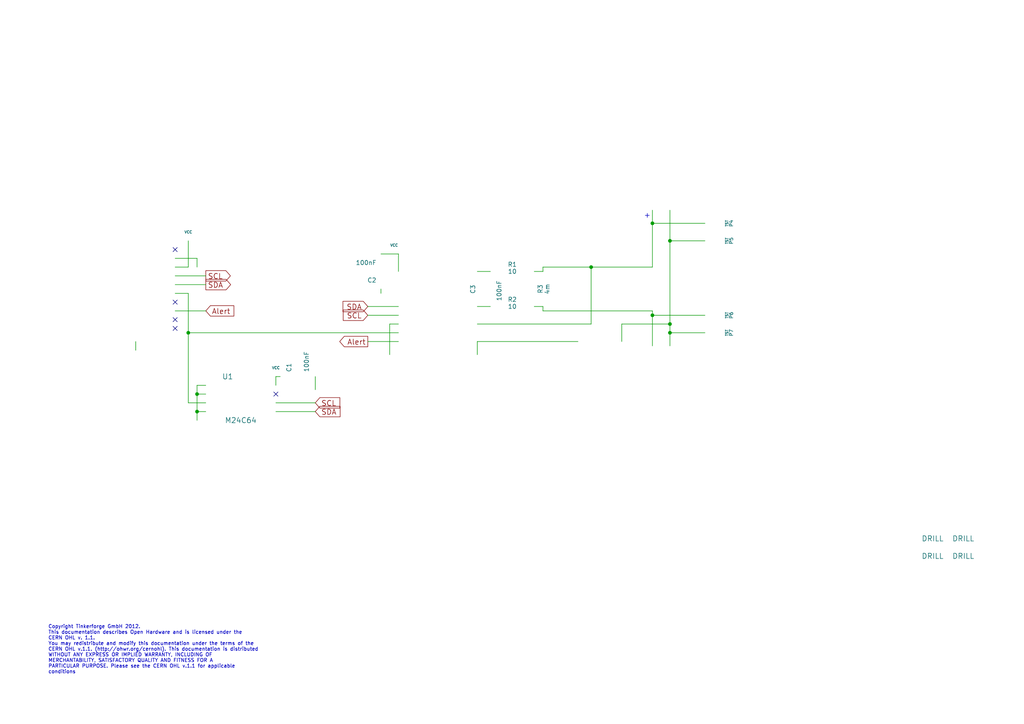
<source format=kicad_sch>
(kicad_sch (version 20230121) (generator eeschema)
  (paper "A4")
  (title_block (title "Current12 Bricklet") (date "11 oct 2012") (rev "1.0") (company "Tinkerforge GmbH") (comment 1 "Licensed under CERN OHL v.1.1") (comment 2 "Copyright (©) 2012, B.Nordmeyer <bastian@tinkerforge.com>"))
  (lib_symbols)
  (junction (at 57.15 119.38))
  (junction (at 54.61 96.52))
  (junction (at 171.45 77.47))
  (junction (at 194.31 69.85))
  (junction (at 57.15 114.3))
  (junction (at 194.31 96.52))
  (junction (at 194.31 93.98))
  (junction (at 189.23 64.77))
  (junction (at 189.23 91.44))
  (no_connect (at 80.01 114.3))
  (no_connect (at 50.8 92.71))
  (no_connect (at 50.8 72.39))
  (no_connect (at 50.8 95.25))
  (no_connect (at 50.8 87.63))
  (wire (pts (xy 189.23 60.96) (xy 189.23 64.77)))
  (wire (pts (xy 189.23 77.47) (xy 171.45 77.47)))
  (wire (pts (xy 50.8 77.47) (xy 54.61 77.47)))
  (wire (pts (xy 39.37 101.6) (xy 39.37 99.06)))
  (wire (pts (xy 167.64 99.06) (xy 138.43 99.06)))
  (wire (pts (xy 189.23 64.77) (xy 189.23 77.47)))
  (wire (pts (xy 110.49 85.09) (xy 110.49 83.82)))
  (wire (pts (xy 189.23 64.77) (xy 204.47 64.77)))
  (wire (pts (xy 138.43 99.06) (xy 138.43 102.87)))
  (wire (pts (xy 138.43 88.9) (xy 142.24 88.9)))
  (wire (pts (xy 189.23 100.33) (xy 189.23 91.44)))
  (wire (pts (xy 80.01 109.22) (xy 80.01 111.76)))
  (wire (pts (xy 54.61 85.09) (xy 54.61 96.52)))
  (wire (pts (xy 194.31 69.85) (xy 194.31 60.96)))
  (wire (pts (xy 106.68 91.44) (xy 115.57 91.44)))
  (wire (pts (xy 54.61 116.84) (xy 59.69 116.84)))
  (wire (pts (xy 57.15 111.76) (xy 57.15 114.3)))
  (wire (pts (xy 57.15 74.93) (xy 50.8 74.93)))
  (wire (pts (xy 54.61 96.52) (xy 54.61 116.84)))
  (wire (pts (xy 138.43 78.74) (xy 142.24 78.74)))
  (wire (pts (xy 194.31 96.52) (xy 194.31 93.98)))
  (wire (pts (xy 189.23 91.44) (xy 189.23 90.17)))
  (wire (pts (xy 157.48 78.74) (xy 154.94 78.74)))
  (wire (pts (xy 81.28 109.22) (xy 80.01 109.22)))
  (wire (pts (xy 204.47 91.44) (xy 189.23 91.44)))
  (wire (pts (xy 50.8 90.17) (xy 59.69 90.17)))
  (wire (pts (xy 115.57 88.9) (xy 106.68 88.9)))
  (wire (pts (xy 180.34 99.06) (xy 180.34 93.98)))
  (wire (pts (xy 50.8 82.55) (xy 59.69 82.55)))
  (wire (pts (xy 157.48 90.17) (xy 189.23 90.17)))
  (wire (pts (xy 110.49 73.66) (xy 115.57 73.66)))
  (wire (pts (xy 154.94 88.9) (xy 157.48 88.9)))
  (wire (pts (xy 194.31 93.98) (xy 194.31 69.85)))
  (wire (pts (xy 57.15 114.3) (xy 57.15 119.38)))
  (wire (pts (xy 115.57 93.98) (xy 113.03 93.98)))
  (wire (pts (xy 115.57 96.52) (xy 54.61 96.52)))
  (wire (pts (xy 91.44 113.03) (xy 91.44 109.22)))
  (wire (pts (xy 194.31 100.33) (xy 194.31 96.52)))
  (wire (pts (xy 171.45 93.98) (xy 138.43 93.98)))
  (wire (pts (xy 50.8 80.01) (xy 59.69 80.01)))
  (wire (pts (xy 57.15 74.93) (xy 57.15 77.47)))
  (wire (pts (xy 59.69 111.76) (xy 57.15 111.76)))
  (wire (pts (xy 157.48 77.47) (xy 171.45 77.47)))
  (wire (pts (xy 171.45 77.47) (xy 171.45 93.98)))
  (wire (pts (xy 180.34 93.98) (xy 194.31 93.98)))
  (wire (pts (xy 157.48 78.74) (xy 157.48 77.47)))
  (wire (pts (xy 57.15 119.38) (xy 57.15 121.92)))
  (wire (pts (xy 115.57 99.06) (xy 106.68 99.06)))
  (wire (pts (xy 80.01 119.38) (xy 91.44 119.38)))
  (wire (pts (xy 157.48 88.9) (xy 157.48 90.17)))
  (wire (pts (xy 80.01 116.84) (xy 91.44 116.84)))
  (wire (pts (xy 54.61 85.09) (xy 50.8 85.09)))
  (wire (pts (xy 115.57 73.66) (xy 115.57 78.74)))
  (wire (pts (xy 113.03 93.98) (xy 113.03 102.87)))
  (wire (pts (xy 54.61 77.47) (xy 54.61 69.85)))
  (wire (pts (xy 57.15 119.38) (xy 59.69 119.38)))
  (wire (pts (xy 204.47 69.85) (xy 194.31 69.85)))
  (wire (pts (xy 57.15 114.3) (xy 59.69 114.3)))
  (wire (pts (xy 204.47 96.52) (xy 194.31 96.52)))
  (text "Copyright Tinkerforge GmbH 2012.\nThis documentation describes Open Hardware and is licensed under the\nCERN OHL v. 1.1.\nYou may redistribute and modify this documentation under the terms of the\nCERN OHL v.1.1. (http://ohwr.org/cernohl). This documentation is distributed\nWITHOUT ANY EXPRESS OR IMPLIED WARRANTY, INCLUDING OF\nMERCHANTABILITY, SATISFACTORY QUALITY AND FITNESS FOR A\nPARTICULAR PURPOSE. Please see the CERN OHL v.1.1 for applicable\nconditions\n" (at 13.97 195.58 0) (effects (font (size 1.016 1.016)) (justify left bottom)))
  (text "+" (at 186.69 63.5 0) (effects (font (size 1.524 1.524)) (justify left bottom)))
  (global_label "SDA" (shape output) (at 59.69 82.55 0) (effects (font (size 1.524 1.524))) (property "Intersheetrefs" "${INTERSHEET_REFS}" (effects hide)))
  (global_label "SCL" (shape input) (at 91.44 116.84 0) (effects (font (size 1.524 1.524))) (property "Intersheetrefs" "${INTERSHEET_REFS}" (effects hide)))
  (global_label "SDA" (shape input) (at 91.44 119.38 0) (effects (font (size 1.524 1.524))) (property "Intersheetrefs" "${INTERSHEET_REFS}" (effects hide)))
  (global_label "SDA" (shape input) (at 106.68 88.9 180) (effects (font (size 1.524 1.524))) (property "Intersheetrefs" "${INTERSHEET_REFS}" (effects hide)))
  (global_label "Alert" (shape input) (at 59.69 90.17 0) (effects (font (size 1.524 1.524))) (property "Intersheetrefs" "${INTERSHEET_REFS}" (effects hide)))
  (global_label "SCL" (shape output) (at 59.69 80.01 0) (effects (font (size 1.524 1.524))) (property "Intersheetrefs" "${INTERSHEET_REFS}" (effects hide)))
  (global_label "SCL" (shape input) (at 106.68 91.44 180) (effects (font (size 1.524 1.524))) (property "Intersheetrefs" "${INTERSHEET_REFS}" (effects hide)))
  (global_label "Alert" (shape output) (at 106.68 99.06 180) (effects (font (size 1.524 1.524))) (property "Intersheetrefs" "${INTERSHEET_REFS}" (effects hide)))
  (symbol (lib_id "CON-SENSOR") (at 39.37 83.82 0) (mirror y) (unit 1)
    (property "Reference" "P1" (at 45.72 69.85 0) (effects (font (size 1.524 1.524))))
    (property "Value" "CON-SENSOR" (at 35.56 83.82 90) (effects (font (size 1.524 1.524))))
    (property "Footprint" "CON-SENSOR" (effects hide))
  )
  (symbol (lib_id "GND") (at 39.37 101.6 0) (unit 1)
    (property "Reference" "#PWR1" (effects hide))
    (property "Value" "GND" (effects hide))
  )
  (symbol (lib_id "GND") (at 57.15 77.47 0) (unit 1)
    (property "Reference" "#PWR3" (effects hide))
    (property "Value" "GND" (effects hide))
  )
  (symbol (lib_id "VCC") (at 54.61 69.85 0) (unit 1)
    (property "Reference" "#PWR2" (effects hide))
    (property "Value" "VCC" (at 54.61 67.31 0) (effects (font (size 0.762 0.762))))
  )
  (symbol (lib_id "CAT24C") (at 69.85 121.92 0) (unit 1)
    (property "Reference" "U1" (at 66.04 109.22 0) (effects (font (size 1.524 1.524))))
    (property "Value" "M24C64" (at 69.85 121.92 0) (effects (font (size 1.524 1.524))))
    (property "Footprint" "SOIC8" (effects hide))
  )
  (symbol (lib_id "GND") (at 57.15 121.92 0) (unit 1)
    (property "Reference" "#PWR4" (effects hide))
    (property "Value" "GND" (effects hide))
  )
  (symbol (lib_id "VCC") (at 80.01 109.22 0) (unit 1)
    (property "Reference" "#PWR5" (effects hide))
    (property "Value" "VCC" (at 80.01 106.68 0) (effects (font (size 0.762 0.762))))
  )
  (symbol (lib_id "CONN_2") (at 191.77 52.07 90) (unit 1)
    (property "Reference" "P2" (at 191.77 53.34 90) (effects (font (size 1.016 1.016))))
    (property "Value" "Input" (at 191.77 50.8 90) (effects (font (size 1.016 1.016))))
    (property "Footprint" "AKL_5_2_508_black" (effects hide))
  )
  (symbol (lib_id "DRILL") (at 279.4 156.21 0) (unit 1)
    (property "Reference" "U5" (effects hide))
    (property "Value" "DRILL" (at 279.4 156.21 0) (effects (font (size 1.524 1.524))))
    (property "Footprint" "DRILL_NP" (effects hide))
  )
  (symbol (lib_id "DRILL") (at 279.4 161.29 0) (unit 1)
    (property "Reference" "U6" (effects hide))
    (property "Value" "DRILL" (at 279.4 161.29 0) (effects (font (size 1.524 1.524))))
    (property "Footprint" "DRILL_NP" (effects hide))
  )
  (symbol (lib_id "DRILL") (at 270.51 161.29 0) (unit 1)
    (property "Reference" "U4" (effects hide))
    (property "Value" "DRILL" (at 270.51 161.29 0) (effects (font (size 1.524 1.524))))
    (property "Footprint" "DRILL_NP" (effects hide))
  )
  (symbol (lib_id "DRILL") (at 270.51 156.21 0) (unit 1)
    (property "Reference" "U3" (effects hide))
    (property "Value" "DRILL" (at 270.51 156.21 0) (effects (font (size 1.524 1.524))))
    (property "Footprint" "DRILL_NP" (effects hide))
  )
  (symbol (lib_id "GND") (at 91.44 113.03 0) (unit 1)
    (property "Reference" "#PWR6" (effects hide))
    (property "Value" "GND" (effects hide))
  )
  (symbol (lib_id "C") (at 86.36 109.22 90) (unit 1)
    (property "Reference" "C1" (at 83.82 107.95 0) (effects (justify left)))
    (property "Value" "100nF" (at 88.9 107.95 0) (effects (justify left)))
    (property "Footprint" "C0603" (effects hide))
  )
  (symbol (lib_id "INA226") (at 127 88.9 0) (unit 1)
    (property "Reference" "U2" (at 121.92 74.93 0) (effects (font (size 1.524 1.524))))
    (property "Value" "INA226" (at 127 102.87 0) (effects (font (size 1.524 1.524))))
    (property "Footprint" "MSOP10-0.5" (effects hide))
  )
  (symbol (lib_id "GND") (at 113.03 102.87 0) (unit 1)
    (property "Reference" "#PWR8" (effects hide))
    (property "Value" "GND" (effects hide))
  )
  (symbol (lib_id "VCC") (at 114.3 73.66 0) (unit 1)
    (property "Reference" "#PWR9" (effects hide))
    (property "Value" "VCC" (at 114.3 71.12 0) (effects (font (size 0.762 0.762))))
  )
  (symbol (lib_id "C") (at 110.49 78.74 180) (unit 1)
    (property "Reference" "C2" (at 109.22 81.28 0) (effects (justify left)))
    (property "Value" "100nF" (at 109.22 76.2 0) (effects (justify left)))
    (property "Footprint" "C0603" (effects hide))
  )
  (symbol (lib_id "GND") (at 110.49 85.09 0) (unit 1)
    (property "Reference" "#PWR7" (effects hide))
    (property "Value" "GND" (effects hide))
  )
  (symbol (lib_id "GND") (at 138.43 102.87 0) (unit 1)
    (property "Reference" "#PWR10" (effects hide))
    (property "Value" "GND" (effects hide))
  )
  (symbol (lib_id "CONN_2") (at 191.77 109.22 270) (unit 1)
    (property "Reference" "P3" (at 191.77 107.95 90) (effects (font (size 1.016 1.016))))
    (property "Value" "Output" (at 191.77 110.49 90) (effects (font (size 1.016 1.016))))
    (property "Footprint" "AKL_5_2_508_black" (effects hide))
  )
  (symbol (lib_id "R") (at 148.59 78.74 90) (unit 1)
    (property "Reference" "R1" (at 148.59 76.708 90))
    (property "Value" "10" (at 148.59 78.74 90))
    (property "Footprint" "R0603" (effects hide))
  )
  (symbol (lib_id "C") (at 140.97 83.82 180) (unit 1)
    (property "Reference" "C3" (at 137.16 82.55 90) (effects (justify left)))
    (property "Value" "100nF" (at 144.78 81.28 90) (effects (justify left)))
    (property "Footprint" "C0603" (effects hide))
  )
  (symbol (lib_id "R") (at 148.59 88.9 90) (unit 1)
    (property "Reference" "R2" (at 148.59 86.868 90))
    (property "Value" "10" (at 148.59 88.9 90))
    (property "Footprint" "R0603" (effects hide))
  )
  (symbol (lib_id "R") (at 158.75 83.82 180) (unit 1)
    (property "Reference" "R3" (at 156.718 83.82 90))
    (property "Value" "4m" (at 158.75 83.82 90))
    (property "Footprint" "R2512" (effects hide))
  )
  (symbol (lib_id "TST") (at 204.47 69.85 270) (unit 1)
    (property "Reference" "P5" (at 212.09 69.85 0) (effects (font (size 1.016 1.016))))
    (property "Value" "TST" (at 210.82 69.85 0) (effects (font (size 0.762 0.762))))
    (property "Footprint" "SOLDER_PAD" (effects hide))
  )
  (symbol (lib_id "TST") (at 204.47 64.77 270) (unit 1)
    (property "Reference" "P4" (at 212.09 64.77 0) (effects (font (size 1.016 1.016))))
    (property "Value" "TST" (at 210.82 64.77 0) (effects (font (size 0.762 0.762))))
    (property "Footprint" "SOLDER_PAD" (effects hide))
  )
  (symbol (lib_id "TST") (at 204.47 96.52 270) (unit 1)
    (property "Reference" "P7" (at 212.09 96.52 0) (effects (font (size 1.016 1.016))))
    (property "Value" "TST" (at 210.82 96.52 0) (effects (font (size 0.762 0.762))))
    (property "Footprint" "SOLDER_PAD" (effects hide))
  )
  (symbol (lib_id "TST") (at 204.47 91.44 270) (unit 1)
    (property "Reference" "P6" (at 212.09 91.44 0) (effects (font (size 1.016 1.016))))
    (property "Value" "TST" (at 210.82 91.44 0) (effects (font (size 0.762 0.762))))
    (property "Footprint" "SOLDER_PAD" (effects hide))
  )
  (symbol (lib_id "R") (at 173.99 99.06 270) (unit 1)
    (property "Reference" "R4" (at 173.99 101.092 90))
    (property "Value" "0" (at 173.99 99.06 90))
    (property "Footprint" "R0805" (effects hide))
  )
)
</source>
